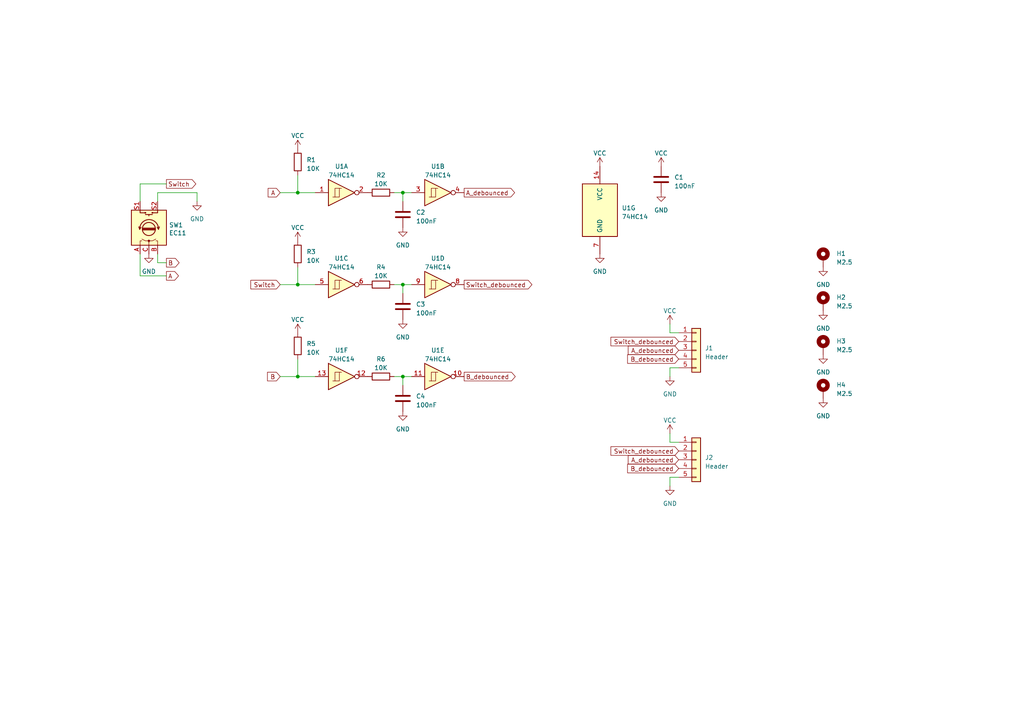
<source format=kicad_sch>
(kicad_sch (version 20210621) (generator eeschema)
  (paper "A4")
  (lib_symbols
    (symbol "74xx:74HC14" (pin_names (offset 1.016))
      (property "Reference" "U" (at 0 1.27 0))
      (property "Value" "74HC14" (at 0 -1.27 0))
      (symbol "74HC14_1_0"
        (polyline (pts (xy -3.81 3.81) (xy -3.81 -3.81) (xy 3.81 0) (xy -3.81 3.81)) (stroke (width 0.254)) (fill (type background)))
        (pin input line (at -7.62 0 0) (length 3.81) (name "~") (number "1"))
        (pin output inverted (at 7.62 0 180) (length 3.81) (name "~") (number "2"))
      )
      (symbol "74HC14_1_1"
        (polyline (pts (xy -1.905 -1.27) (xy -1.905 1.27) (xy -0.635 1.27)))
        (polyline (pts (xy -2.54 -1.27) (xy -0.635 -1.27) (xy -0.635 1.27) (xy 0 1.27)))
      )
      (symbol "74HC14_2_0"
        (polyline (pts (xy -3.81 3.81) (xy -3.81 -3.81) (xy 3.81 0) (xy -3.81 3.81)) (stroke (width 0.254)) (fill (type background)))
        (pin input line (at -7.62 0 0) (length 3.81) (name "~") (number "3"))
        (pin output inverted (at 7.62 0 180) (length 3.81) (name "~") (number "4"))
      )
      (symbol "74HC14_2_1"
        (polyline (pts (xy -1.905 -1.27) (xy -1.905 1.27) (xy -0.635 1.27)))
        (polyline (pts (xy -2.54 -1.27) (xy -0.635 -1.27) (xy -0.635 1.27) (xy 0 1.27)))
      )
      (symbol "74HC14_3_0"
        (polyline (pts (xy -3.81 3.81) (xy -3.81 -3.81) (xy 3.81 0) (xy -3.81 3.81)) (stroke (width 0.254)) (fill (type background)))
        (pin input line (at -7.62 0 0) (length 3.81) (name "~") (number "5"))
        (pin output inverted (at 7.62 0 180) (length 3.81) (name "~") (number "6"))
      )
      (symbol "74HC14_3_1"
        (polyline (pts (xy -1.905 -1.27) (xy -1.905 1.27) (xy -0.635 1.27)))
        (polyline (pts (xy -2.54 -1.27) (xy -0.635 -1.27) (xy -0.635 1.27) (xy 0 1.27)))
      )
      (symbol "74HC14_4_0"
        (polyline (pts (xy -3.81 3.81) (xy -3.81 -3.81) (xy 3.81 0) (xy -3.81 3.81)) (stroke (width 0.254)) (fill (type background)))
        (pin output inverted (at 7.62 0 180) (length 3.81) (name "~") (number "8"))
        (pin input line (at -7.62 0 0) (length 3.81) (name "~") (number "9"))
      )
      (symbol "74HC14_4_1"
        (polyline (pts (xy -1.905 -1.27) (xy -1.905 1.27) (xy -0.635 1.27)))
        (polyline (pts (xy -2.54 -1.27) (xy -0.635 -1.27) (xy -0.635 1.27) (xy 0 1.27)))
      )
      (symbol "74HC14_5_0"
        (polyline (pts (xy -3.81 3.81) (xy -3.81 -3.81) (xy 3.81 0) (xy -3.81 3.81)) (stroke (width 0.254)) (fill (type background)))
        (pin output inverted (at 7.62 0 180) (length 3.81) (name "~") (number "10"))
        (pin input line (at -7.62 0 0) (length 3.81) (name "~") (number "11"))
      )
      (symbol "74HC14_5_1"
        (polyline (pts (xy -1.905 -1.27) (xy -1.905 1.27) (xy -0.635 1.27)))
        (polyline (pts (xy -2.54 -1.27) (xy -0.635 -1.27) (xy -0.635 1.27) (xy 0 1.27)))
      )
      (symbol "74HC14_6_0"
        (polyline (pts (xy -3.81 3.81) (xy -3.81 -3.81) (xy 3.81 0) (xy -3.81 3.81)) (stroke (width 0.254)) (fill (type background)))
        (pin output inverted (at 7.62 0 180) (length 3.81) (name "~") (number "12"))
        (pin input line (at -7.62 0 0) (length 3.81) (name "~") (number "13"))
      )
      (symbol "74HC14_6_1"
        (polyline (pts (xy -1.905 -1.27) (xy -1.905 1.27) (xy -0.635 1.27)))
        (polyline (pts (xy -2.54 -1.27) (xy -0.635 -1.27) (xy -0.635 1.27) (xy 0 1.27)))
      )
      (symbol "74HC14_7_0"
        (pin power_in line (at 0 12.7 270) (length 5.08) (name "VCC") (number "14"))
        (pin power_in line (at 0 -12.7 90) (length 5.08) (name "GND") (number "7"))
      )
      (symbol "74HC14_7_1"
        (rectangle (start -5.08 7.62) (end 5.08 -7.62) (stroke (width 0.254)) (fill (type background)))
      )
    )
    (symbol "Connector_Generic:Conn_01x05" (pin_names (offset 1.016) hide)
      (property "Reference" "J" (at 0 7.62 0))
      (property "Value" "Conn_01x05" (at 0 -7.62 0))
      (symbol "Conn_01x05_1_1"
        (rectangle (start -1.27 -4.953) (end 0 -5.207) (stroke (width 0.1524)))
        (rectangle (start -1.27 -2.413) (end 0 -2.667) (stroke (width 0.1524)))
        (rectangle (start -1.27 0.127) (end 0 -0.127) (stroke (width 0.1524)))
        (rectangle (start -1.27 2.667) (end 0 2.413) (stroke (width 0.1524)))
        (rectangle (start -1.27 5.207) (end 0 4.953) (stroke (width 0.1524)))
        (rectangle (start -1.27 6.35) (end 1.27 -6.35) (stroke (width 0.254)) (fill (type background)))
        (pin passive line (at -5.08 5.08 0) (length 3.81) (name "Pin_1") (number "1"))
        (pin passive line (at -5.08 2.54 0) (length 3.81) (name "Pin_2") (number "2"))
        (pin passive line (at -5.08 0 0) (length 3.81) (name "Pin_3") (number "3"))
        (pin passive line (at -5.08 -2.54 0) (length 3.81) (name "Pin_4") (number "4"))
        (pin passive line (at -5.08 -5.08 0) (length 3.81) (name "Pin_5") (number "5"))
      )
    )
    (symbol "Device:C" (pin_numbers hide) (pin_names (offset 0.254))
      (property "Reference" "C" (at 0.635 2.54 0))
      (property "Value" "C" (at 0.635 -2.54 0))
      (symbol "C_0_1"
        (polyline (pts (xy -2.032 -0.762) (xy 2.032 -0.762)) (stroke (width 0.508)))
        (polyline (pts (xy -2.032 0.762) (xy 2.032 0.762)) (stroke (width 0.508)))
      )
      (symbol "C_1_1"
        (pin passive line (at 0 3.81 270) (length 2.794) (name "~") (number "1"))
        (pin passive line (at 0 -3.81 90) (length 2.794) (name "~") (number "2"))
      )
    )
    (symbol "Device:R" (pin_numbers hide) (pin_names (offset 0))
      (property "Reference" "R" (at 2.032 0 90))
      (property "Value" "R" (at 0 0 90))
      (symbol "R_0_1"
        (rectangle (start -1.016 -2.54) (end 1.016 2.54) (stroke (width 0.254)))
      )
      (symbol "R_1_1"
        (pin passive line (at 0 3.81 270) (length 1.27) (name "~") (number "1"))
        (pin passive line (at 0 -3.81 90) (length 1.27) (name "~") (number "2"))
      )
    )
    (symbol "Device:RotaryEncoder_Switch" (pin_names (offset 0.254) hide)
      (property "Reference" "SW" (at 0 6.604 0))
      (property "Value" "RotaryEncoder_Switch" (at 0 -6.604 0))
      (symbol "RotaryEncoder_Switch_0_1"
        (arc (start -0.381 -2.794) (end -0.381 2.667) (radius (at -0.381 -0.0508) (length 2.7432) (angles -89.9 89.9)) (stroke (width 0.254)))
        (circle (center -0.381 0) (radius 1.905) (stroke (width 0.254)))
        (circle (center 4.318 -1.016) (radius 0.127) (stroke (width 0.254)))
        (circle (center 4.318 1.016) (radius 0.127) (stroke (width 0.254)))
        (circle (center -3.81 0) (radius 0.254) (fill (type outline)))
        (rectangle (start -5.08 5.08) (end 5.08 -5.08) (stroke (width 0.254)) (fill (type background)))
        (polyline (pts (xy -0.635 -1.778) (xy -0.635 1.778)) (stroke (width 0.254)))
        (polyline (pts (xy -0.381 -1.778) (xy -0.381 1.778)) (stroke (width 0.254)))
        (polyline (pts (xy -0.127 1.778) (xy -0.127 -1.778)) (stroke (width 0.254)))
        (polyline (pts (xy 3.81 0) (xy 3.429 0)) (stroke (width 0.254)))
        (polyline (pts (xy 3.81 1.016) (xy 3.81 -1.016)) (stroke (width 0.254)))
        (polyline (pts (xy -5.08 -2.54) (xy -3.81 -2.54) (xy -3.81 -2.032)))
        (polyline (pts (xy -5.08 2.54) (xy -3.81 2.54) (xy -3.81 2.032)))
        (polyline (pts (xy 0.254 -3.048) (xy -0.508 -2.794) (xy 0.127 -2.413)) (stroke (width 0.254)))
        (polyline (pts (xy 0.254 2.921) (xy -0.508 2.667) (xy 0.127 2.286)) (stroke (width 0.254)))
        (polyline (pts (xy 5.08 -2.54) (xy 4.318 -2.54) (xy 4.318 -1.016)) (stroke (width 0.254)))
        (polyline (pts (xy 5.08 2.54) (xy 4.318 2.54) (xy 4.318 1.016)) (stroke (width 0.254)))
        (polyline (pts (xy -5.08 0) (xy -3.81 0) (xy -3.81 -1.016) (xy -3.302 -2.032)))
        (polyline (pts (xy -4.318 0) (xy -3.81 0) (xy -3.81 1.016) (xy -3.302 2.032)))
      )
      (symbol "RotaryEncoder_Switch_1_1"
        (pin passive line (at -7.62 2.54 0) (length 2.54) (name "A") (number "A"))
        (pin passive line (at -7.62 -2.54 0) (length 2.54) (name "B") (number "B"))
        (pin passive line (at -7.62 0 0) (length 2.54) (name "C") (number "C"))
        (pin passive line (at 7.62 2.54 180) (length 2.54) (name "S1") (number "S1"))
        (pin passive line (at 7.62 -2.54 180) (length 2.54) (name "S2") (number "S2"))
      )
    )
    (symbol "Mechanical:MountingHole_Pad" (pin_numbers hide) (pin_names (offset 1.016) hide)
      (property "Reference" "H" (at 0 6.35 0))
      (property "Value" "MountingHole_Pad" (at 0 4.445 0))
      (symbol "MountingHole_Pad_0_1"
        (circle (center 0 1.27) (radius 1.27) (stroke (width 1.27)))
      )
      (symbol "MountingHole_Pad_1_1"
        (pin input line (at 0 -2.54 90) (length 2.54) (name "1") (number "1"))
      )
    )
    (symbol "power:GND" (power) (pin_names (offset 0))
      (property "Value" "GND" (at 0 -3.81 0))
      (symbol "GND_0_1"
        (polyline (pts (xy 0 0) (xy 0 -1.27) (xy 1.27 -1.27) (xy 0 -2.54) (xy -1.27 -1.27) (xy 0 -1.27)))
      )
      (symbol "GND_1_1"
        (pin power_in line (at 0 0 270) (length 0) hide (name "GND") (number "1"))
      )
    )
    (symbol "power:VCC" (power) (pin_names (offset 0))
      (property "Value" "VCC" (at 0 3.81 0))
      (symbol "VCC_0_1"
        (polyline (pts (xy -0.762 1.27) (xy 0 2.54)))
        (polyline (pts (xy 0 0) (xy 0 2.54)))
        (polyline (pts (xy 0 2.54) (xy 0.762 1.27)))
      )
      (symbol "VCC_1_1"
        (pin power_in line (at 0 0 90) (length 0) hide (name "VCC") (number "1"))
      )
    )
  )
  (junction (at 86.36 55.88) (diameter 0.9144))
  (junction (at 86.36 82.55) (diameter 0.9144))
  (junction (at 86.36 109.22) (diameter 0.9144))
  (junction (at 116.84 55.88) (diameter 0.9144))
  (junction (at 116.84 82.55) (diameter 0.9144))
  (junction (at 116.84 109.22) (diameter 0.9144))
  (wire (pts (xy 40.64 53.34) (xy 40.64 58.42)))
  (wire (pts (xy 40.64 53.34) (xy 48.26 53.34)))
  (wire (pts (xy 40.64 73.66) (xy 40.64 80.01)))
  (wire (pts (xy 40.64 80.01) (xy 48.26 80.01)))
  (wire (pts (xy 45.72 55.88) (xy 57.15 55.88)))
  (wire (pts (xy 45.72 58.42) (xy 45.72 55.88)))
  (wire (pts (xy 45.72 73.66) (xy 45.72 76.2)))
  (wire (pts (xy 48.26 76.2) (xy 45.72 76.2)))
  (wire (pts (xy 57.15 58.42) (xy 57.15 55.88)))
  (wire (pts (xy 81.28 55.88) (xy 86.36 55.88)))
  (wire (pts (xy 81.28 82.55) (xy 86.36 82.55)))
  (wire (pts (xy 81.28 109.22) (xy 86.36 109.22)))
  (wire (pts (xy 86.36 50.8) (xy 86.36 55.88)))
  (wire (pts (xy 86.36 55.88) (xy 91.44 55.88)))
  (wire (pts (xy 86.36 77.47) (xy 86.36 82.55)))
  (wire (pts (xy 86.36 82.55) (xy 91.44 82.55)))
  (wire (pts (xy 86.36 104.14) (xy 86.36 109.22)))
  (wire (pts (xy 86.36 109.22) (xy 91.44 109.22)))
  (wire (pts (xy 114.3 55.88) (xy 116.84 55.88)))
  (wire (pts (xy 114.3 82.55) (xy 116.84 82.55)))
  (wire (pts (xy 114.3 109.22) (xy 116.84 109.22)))
  (wire (pts (xy 116.84 55.88) (xy 116.84 58.42)))
  (wire (pts (xy 116.84 55.88) (xy 119.38 55.88)))
  (wire (pts (xy 116.84 82.55) (xy 116.84 85.09)))
  (wire (pts (xy 116.84 82.55) (xy 119.38 82.55)))
  (wire (pts (xy 116.84 109.22) (xy 116.84 111.76)))
  (wire (pts (xy 116.84 109.22) (xy 119.38 109.22)))
  (wire (pts (xy 194.31 96.52) (xy 194.31 93.98)))
  (wire (pts (xy 194.31 106.68) (xy 194.31 109.22)))
  (wire (pts (xy 194.31 128.27) (xy 194.31 125.73)))
  (wire (pts (xy 194.31 138.43) (xy 194.31 140.97)))
  (wire (pts (xy 196.85 96.52) (xy 194.31 96.52)))
  (wire (pts (xy 196.85 106.68) (xy 194.31 106.68)))
  (wire (pts (xy 196.85 128.27) (xy 194.31 128.27)))
  (wire (pts (xy 196.85 138.43) (xy 194.31 138.43)))
  (global_label "Switch" (shape output) (at 48.26 53.34 0) (property "Intersheet References" "${INTERSHEET_REFS}" (effects hide)))
  (global_label "B" (shape output) (at 48.26 76.2 0) (property "Intersheet References" "${INTERSHEET_REFS}" (effects hide)))
  (global_label "A" (shape output) (at 48.26 80.01 0) (property "Intersheet References" "${INTERSHEET_REFS}" (effects hide)))
  (global_label "A" (shape input) (at 81.28 55.88 180) (property "Intersheet References" "${INTERSHEET_REFS}" (effects hide)))
  (global_label "Switch" (shape input) (at 81.28 82.55 180) (property "Intersheet References" "${INTERSHEET_REFS}" (effects hide)))
  (global_label "B" (shape input) (at 81.28 109.22 180) (property "Intersheet References" "${INTERSHEET_REFS}" (effects hide)))
  (global_label "A_debounced" (shape output) (at 134.62 55.88 0) (property "Intersheet References" "${INTERSHEET_REFS}" (effects hide)))
  (global_label "Switch_debounced" (shape output) (at 134.62 82.55 0) (property "Intersheet References" "${INTERSHEET_REFS}" (effects hide)))
  (global_label "B_debounced" (shape output) (at 134.62 109.22 0) (property "Intersheet References" "${INTERSHEET_REFS}" (effects hide)))
  (global_label "Switch_debounced" (shape input) (at 196.85 99.06 180) (property "Intersheet References" "${INTERSHEET_REFS}" (effects hide)))
  (global_label "A_debounced" (shape input) (at 196.85 101.6 180) (property "Intersheet References" "${INTERSHEET_REFS}" (effects hide)))
  (global_label "B_debounced" (shape input) (at 196.85 104.14 180) (property "Intersheet References" "${INTERSHEET_REFS}" (effects hide)))
  (global_label "Switch_debounced" (shape input) (at 196.85 130.81 180) (property "Intersheet References" "${INTERSHEET_REFS}" (effects hide)))
  (global_label "A_debounced" (shape input) (at 196.85 133.35 180) (property "Intersheet References" "${INTERSHEET_REFS}" (effects hide)))
  (global_label "B_debounced" (shape input) (at 196.85 135.89 180) (property "Intersheet References" "${INTERSHEET_REFS}" (effects hide)))
  (symbol (lib_id "power:VCC") (at 86.36 43.18 0) (unit 1)
    (property "Reference" "#PWR01" (effects hide))
    (property "Value" "VCC" (at 86.36 39.37 0))
  )
  (symbol (lib_id "power:VCC") (at 86.36 69.85 0) (unit 1)
    (property "Reference" "#PWR07" (effects hide))
    (property "Value" "VCC" (at 86.36 66.04 0))
  )
  (symbol (lib_id "power:VCC") (at 86.36 96.52 0) (unit 1)
    (property "Reference" "#PWR014" (effects hide))
    (property "Value" "VCC" (at 86.36 92.71 0))
  )
  (symbol (lib_id "power:VCC") (at 173.99 48.26 0) (unit 1)
    (property "Reference" "#PWR02" (effects hide))
    (property "Value" "VCC" (at 173.99 44.45 0))
  )
  (symbol (lib_id "power:VCC") (at 191.77 48.26 0) (unit 1)
    (property "Reference" "#PWR03" (effects hide))
    (property "Value" "VCC" (at 191.77 44.45 0))
  )
  (symbol (lib_id "power:VCC") (at 194.31 93.98 0) (mirror y) (unit 1)
    (property "Reference" "#PWR013" (effects hide))
    (property "Value" "VCC" (at 194.31 90.17 0))
  )
  (symbol (lib_id "power:VCC") (at 194.31 125.73 0) (mirror y) (unit 1)
    (property "Reference" "#PWR019" (effects hide))
    (property "Value" "VCC" (at 194.31 121.92 0))
  )
  (symbol (lib_id "power:GND") (at 43.18 73.66 0) (unit 1)
    (property "Reference" "#PWR08" (effects hide))
    (property "Value" "GND" (at 43.18 78.74 0))
  )
  (symbol (lib_id "power:GND") (at 57.15 58.42 0) (unit 1)
    (property "Reference" "#PWR05" (effects hide))
    (property "Value" "GND" (at 57.15 63.5 0))
  )
  (symbol (lib_id "power:GND") (at 116.84 66.04 0) (unit 1)
    (property "Reference" "#PWR06" (effects hide))
    (property "Value" "GND" (at 116.84 71.12 0))
  )
  (symbol (lib_id "power:GND") (at 116.84 92.71 0) (unit 1)
    (property "Reference" "#PWR012" (effects hide))
    (property "Value" "GND" (at 116.84 97.79 0))
  )
  (symbol (lib_id "power:GND") (at 116.84 119.38 0) (unit 1)
    (property "Reference" "#PWR018" (effects hide))
    (property "Value" "GND" (at 116.84 124.46 0))
  )
  (symbol (lib_id "power:GND") (at 173.99 73.66 0) (unit 1)
    (property "Reference" "#PWR09" (effects hide))
    (property "Value" "GND" (at 173.99 78.74 0))
  )
  (symbol (lib_id "power:GND") (at 191.77 55.88 0) (unit 1)
    (property "Reference" "#PWR04" (effects hide))
    (property "Value" "GND" (at 191.77 60.96 0))
  )
  (symbol (lib_id "power:GND") (at 194.31 109.22 0) (mirror y) (unit 1)
    (property "Reference" "#PWR016" (effects hide))
    (property "Value" "GND" (at 194.31 114.3 0))
  )
  (symbol (lib_id "power:GND") (at 194.31 140.97 0) (mirror y) (unit 1)
    (property "Reference" "#PWR020" (effects hide))
    (property "Value" "GND" (at 194.31 146.05 0))
  )
  (symbol (lib_id "power:GND") (at 238.76 77.47 0) (mirror y) (unit 1)
    (property "Reference" "#PWR010" (effects hide))
    (property "Value" "GND" (at 238.76 82.55 0))
  )
  (symbol (lib_id "power:GND") (at 238.76 90.17 0) (mirror y) (unit 1)
    (property "Reference" "#PWR011" (effects hide))
    (property "Value" "GND" (at 238.76 95.25 0))
  )
  (symbol (lib_id "power:GND") (at 238.76 102.87 0) (mirror y) (unit 1)
    (property "Reference" "#PWR015" (effects hide))
    (property "Value" "GND" (at 238.76 107.95 0))
  )
  (symbol (lib_id "power:GND") (at 238.76 115.57 0) (mirror y) (unit 1)
    (property "Reference" "#PWR017" (effects hide))
    (property "Value" "GND" (at 238.76 120.65 0))
  )
  (symbol (lib_id "Device:R") (at 86.36 46.99 0) (unit 1)
    (property "Reference" "R1" (at 88.9 46.3549 0) (effects (justify left)))
    (property "Value" "10K" (at 88.9 48.8949 0) (effects (justify left)))
    (property "Footprint" "Resistor_SMD:R_0805_2012Metric_Pad1.20x1.40mm_HandSolder" (effects hide))
  )
  (symbol (lib_id "Device:R") (at 86.36 73.66 0) (unit 1)
    (property "Reference" "R3" (at 88.9 73.0249 0) (effects (justify left)))
    (property "Value" "10K" (at 88.9 75.5649 0) (effects (justify left)))
    (property "Footprint" "Resistor_SMD:R_0805_2012Metric_Pad1.20x1.40mm_HandSolder" (effects hide))
  )
  (symbol (lib_id "Device:R") (at 86.36 100.33 0) (unit 1)
    (property "Reference" "R5" (at 88.9 99.6949 0) (effects (justify left)))
    (property "Value" "10K" (at 88.9 102.2349 0) (effects (justify left)))
    (property "Footprint" "Resistor_SMD:R_0805_2012Metric_Pad1.20x1.40mm_HandSolder" (effects hide))
  )
  (symbol (lib_id "Device:R") (at 110.49 55.88 90) (unit 1)
    (property "Reference" "R2" (at 110.49 50.8 90))
    (property "Value" "10K" (at 110.49 53.34 90))
    (property "Footprint" "Resistor_SMD:R_0805_2012Metric_Pad1.20x1.40mm_HandSolder" (effects hide))
  )
  (symbol (lib_id "Device:R") (at 110.49 82.55 90) (unit 1)
    (property "Reference" "R4" (at 110.49 77.47 90))
    (property "Value" "10K" (at 110.49 80.01 90))
    (property "Footprint" "Resistor_SMD:R_0805_2012Metric_Pad1.20x1.40mm_HandSolder" (effects hide))
  )
  (symbol (lib_id "Device:R") (at 110.49 109.22 90) (unit 1)
    (property "Reference" "R6" (at 110.49 104.14 90))
    (property "Value" "10K" (at 110.49 106.68 90))
    (property "Footprint" "Resistor_SMD:R_0805_2012Metric_Pad1.20x1.40mm_HandSolder" (effects hide))
  )
  (symbol (lib_id "Mechanical:MountingHole_Pad") (at 238.76 74.93 0) (unit 1)
    (property "Reference" "H1" (at 242.57 73.5329 0) (effects (justify left)))
    (property "Value" "M2.5" (at 242.57 76.0729 0) (effects (justify left)))
    (property "Footprint" "MountingHole:MountingHole_2.7mm_M2.5_ISO7380_Pad_TopBottom" (effects hide))
  )
  (symbol (lib_id "Mechanical:MountingHole_Pad") (at 238.76 87.63 0) (unit 1)
    (property "Reference" "H2" (at 242.57 86.2329 0) (effects (justify left)))
    (property "Value" "M2.5" (at 242.57 88.7729 0) (effects (justify left)))
    (property "Footprint" "MountingHole:MountingHole_2.7mm_M2.5_ISO7380_Pad_TopBottom" (effects hide))
  )
  (symbol (lib_id "Mechanical:MountingHole_Pad") (at 238.76 100.33 0) (unit 1)
    (property "Reference" "H3" (at 242.57 98.9329 0) (effects (justify left)))
    (property "Value" "M2.5" (at 242.57 101.4729 0) (effects (justify left)))
    (property "Footprint" "MountingHole:MountingHole_2.7mm_M2.5_ISO7380_Pad_TopBottom" (effects hide))
  )
  (symbol (lib_id "Mechanical:MountingHole_Pad") (at 238.76 113.03 0) (unit 1)
    (property "Reference" "H4" (at 242.57 111.6329 0) (effects (justify left)))
    (property "Value" "M2.5" (at 242.57 114.1729 0) (effects (justify left)))
    (property "Footprint" "MountingHole:MountingHole_2.7mm_M2.5_ISO7380_Pad_TopBottom" (effects hide))
  )
  (symbol (lib_id "Device:C") (at 116.84 62.23 0) (unit 1)
    (property "Reference" "C2" (at 120.65 61.5949 0) (effects (justify left)))
    (property "Value" "100nF" (at 120.65 64.1349 0) (effects (justify left)))
    (property "Footprint" "Capacitor_SMD:C_0805_2012Metric_Pad1.18x1.45mm_HandSolder" (effects hide))
  )
  (symbol (lib_id "Device:C") (at 116.84 88.9 0) (unit 1)
    (property "Reference" "C3" (at 120.65 88.2649 0) (effects (justify left)))
    (property "Value" "100nF" (at 120.65 90.8049 0) (effects (justify left)))
    (property "Footprint" "Capacitor_SMD:C_0805_2012Metric_Pad1.18x1.45mm_HandSolder" (effects hide))
  )
  (symbol (lib_id "Device:C") (at 116.84 115.57 0) (unit 1)
    (property "Reference" "C4" (at 120.65 114.9349 0) (effects (justify left)))
    (property "Value" "100nF" (at 120.65 117.4749 0) (effects (justify left)))
    (property "Footprint" "Capacitor_SMD:C_0805_2012Metric_Pad1.18x1.45mm_HandSolder" (effects hide))
  )
  (symbol (lib_id "Device:C") (at 191.77 52.07 0) (unit 1)
    (property "Reference" "C1" (at 195.58 51.4349 0) (effects (justify left)))
    (property "Value" "100nF" (at 195.58 53.9749 0) (effects (justify left)))
    (property "Footprint" "Capacitor_SMD:C_0805_2012Metric_Pad1.18x1.45mm_HandSolder" (effects hide))
  )
  (symbol (lib_id "Connector_Generic:Conn_01x05") (at 201.93 101.6 0) (unit 1)
    (property "Reference" "J1" (at 204.47 100.9649 0) (effects (justify left)))
    (property "Value" "Header" (at 204.47 103.5049 0) (effects (justify left)))
    (property "Footprint" "Connector_PinHeader_2.54mm:PinHeader_1x05_P2.54mm_Vertical" (effects hide))
  )
  (symbol (lib_id "Connector_Generic:Conn_01x05") (at 201.93 133.35 0) (unit 1)
    (property "Reference" "J2" (at 204.47 132.7149 0) (effects (justify left)))
    (property "Value" "Header" (at 204.47 135.2549 0) (effects (justify left)))
    (property "Footprint" "Connector_PinHeader_2.54mm:PinHeader_1x05_P2.54mm_Vertical" (effects hide))
  )
  (symbol (lib_id "74xx:74HC14") (at 99.06 55.88 0) (unit 1)
    (property "Reference" "U1" (at 99.06 48.26 0))
    (property "Value" "74HC14" (at 99.06 50.8 0))
    (property "Footprint" "Package_SO:SOIC-14_3.9x8.7mm_P1.27mm" (effects hide))
    (property "Datasheet" "http://www.ti.com/lit/gpn/sn74HC14" (effects hide))
  )
  (symbol (lib_id "74xx:74HC14") (at 99.06 82.55 0) (unit 3)
    (property "Reference" "U1" (at 99.06 74.93 0))
    (property "Value" "74HC14" (at 99.06 77.47 0))
    (property "Footprint" "Package_SO:SOIC-14_3.9x8.7mm_P1.27mm" (effects hide))
    (property "Datasheet" "http://www.ti.com/lit/gpn/sn74HC14" (effects hide))
  )
  (symbol (lib_id "74xx:74HC14") (at 99.06 109.22 0) (unit 6)
    (property "Reference" "U1" (at 99.06 101.6 0))
    (property "Value" "74HC14" (at 99.06 104.14 0))
    (property "Footprint" "Package_SO:SOIC-14_3.9x8.7mm_P1.27mm" (effects hide))
    (property "Datasheet" "http://www.ti.com/lit/gpn/sn74HC14" (effects hide))
  )
  (symbol (lib_id "74xx:74HC14") (at 127 55.88 0) (unit 2)
    (property "Reference" "U1" (at 127 48.26 0))
    (property "Value" "74HC14" (at 127 50.8 0))
    (property "Footprint" "Package_SO:SOIC-14_3.9x8.7mm_P1.27mm" (effects hide))
    (property "Datasheet" "http://www.ti.com/lit/gpn/sn74HC14" (effects hide))
  )
  (symbol (lib_id "74xx:74HC14") (at 127 82.55 0) (unit 4)
    (property "Reference" "U1" (at 127 74.93 0))
    (property "Value" "74HC14" (at 127 77.47 0))
    (property "Footprint" "Package_SO:SOIC-14_3.9x8.7mm_P1.27mm" (effects hide))
    (property "Datasheet" "http://www.ti.com/lit/gpn/sn74HC14" (effects hide))
  )
  (symbol (lib_id "74xx:74HC14") (at 127 109.22 0) (unit 5)
    (property "Reference" "U1" (at 127 101.6 0))
    (property "Value" "74HC14" (at 127 104.14 0))
    (property "Footprint" "Package_SO:SOIC-14_3.9x8.7mm_P1.27mm" (effects hide))
    (property "Datasheet" "http://www.ti.com/lit/gpn/sn74HC14" (effects hide))
  )
  (symbol (lib_id "Device:RotaryEncoder_Switch") (at 43.18 66.04 90) (unit 1)
    (property "Reference" "SW1" (at 49.0221 65.2791 90) (effects (justify right)))
    (property "Value" "EC11" (at 49.0221 67.5778 90) (effects (justify right)))
    (property "Footprint" "Rotary_Encoder:RotaryEncoder_Alps_EC11E-Switch_Vertical_H20mm" (effects hide))
  )
  (symbol (lib_id "74xx:74HC14") (at 173.99 60.96 0) (unit 7)
    (property "Reference" "U1" (at 180.34 60.3249 0) (effects (justify left)))
    (property "Value" "74HC14" (at 180.34 62.8649 0) (effects (justify left)))
    (property "Footprint" "Package_SO:SOIC-14_3.9x8.7mm_P1.27mm" (effects hide))
    (property "Datasheet" "http://www.ti.com/lit/gpn/sn74HC14" (effects hide))
  )
)
</source>
